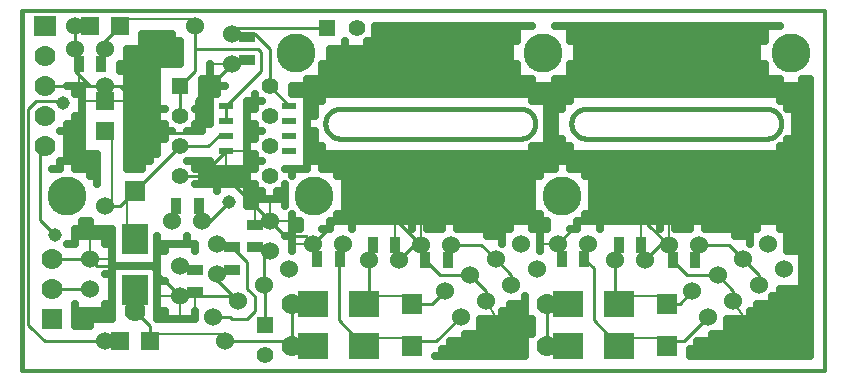
<source format=gtl>
G04 (created by PCBNEW-RS274X (20100406 SVN-R2508)-final) date 6/3/2010 10:01:36 PM*
G01*
G70*
G90*
%MOIN*%
G04 Gerber Fmt 3.4, Leading zero omitted, Abs format*
%FSLAX34Y34*%
G04 APERTURE LIST*
%ADD10C,0.006000*%
%ADD11C,0.012000*%
%ADD12C,0.015000*%
%ADD13C,0.070000*%
%ADD14R,0.070000X0.070000*%
%ADD15R,0.090600X0.098400*%
%ADD16R,0.006000X0.090000*%
%ADD17R,0.098400X0.090600*%
%ADD18R,0.090000X0.006000*%
%ADD19R,0.230000X0.006000*%
%ADD20C,0.060000*%
%ADD21R,0.060000X0.060000*%
%ADD22R,0.006000X0.230000*%
%ADD23C,0.130000*%
%ADD24R,0.055000X0.035000*%
%ADD25R,0.035000X0.055000*%
%ADD26R,0.075000X0.070000*%
%ADD27R,0.055000X0.055000*%
%ADD28C,0.055000*%
%ADD29R,0.045000X0.020000*%
%ADD30C,0.045000*%
%ADD31C,0.010000*%
%ADD32C,0.008000*%
%ADD33C,0.025000*%
G04 APERTURE END LIST*
G54D10*
G54D11*
X47750Y-43250D02*
X21000Y-43250D01*
X47750Y-55250D02*
X47750Y-43250D01*
X21000Y-55250D02*
X47750Y-55250D01*
G54D12*
X21000Y-55200D02*
X21000Y-55000D01*
X31600Y-46500D02*
X31557Y-46502D01*
X31514Y-46508D01*
X31471Y-46518D01*
X31429Y-46531D01*
X31389Y-46547D01*
X31351Y-46567D01*
X31314Y-46591D01*
X31279Y-46617D01*
X31247Y-46647D01*
X31217Y-46679D01*
X31191Y-46714D01*
X31167Y-46751D01*
X31147Y-46789D01*
X31131Y-46829D01*
X31118Y-46871D01*
X31108Y-46914D01*
X31102Y-46957D01*
X31100Y-47000D01*
X31100Y-47000D02*
X31102Y-47043D01*
X31108Y-47086D01*
X31118Y-47129D01*
X31131Y-47171D01*
X31147Y-47211D01*
X31167Y-47249D01*
X31191Y-47286D01*
X31217Y-47321D01*
X31247Y-47353D01*
X31279Y-47383D01*
X31314Y-47409D01*
X31351Y-47433D01*
X31389Y-47453D01*
X31429Y-47469D01*
X31471Y-47482D01*
X31514Y-47492D01*
X31557Y-47498D01*
X31600Y-47500D01*
X37600Y-47500D02*
X37643Y-47498D01*
X37686Y-47492D01*
X37729Y-47482D01*
X37771Y-47469D01*
X37811Y-47453D01*
X37850Y-47433D01*
X37886Y-47409D01*
X37921Y-47383D01*
X37953Y-47353D01*
X37983Y-47321D01*
X38009Y-47286D01*
X38033Y-47249D01*
X38053Y-47211D01*
X38069Y-47171D01*
X38082Y-47129D01*
X38092Y-47086D01*
X38098Y-47043D01*
X38100Y-47000D01*
X38100Y-47000D02*
X38098Y-46957D01*
X38092Y-46914D01*
X38082Y-46871D01*
X38069Y-46829D01*
X38053Y-46789D01*
X38033Y-46751D01*
X38009Y-46714D01*
X37983Y-46679D01*
X37953Y-46647D01*
X37921Y-46617D01*
X37886Y-46591D01*
X37850Y-46567D01*
X37811Y-46547D01*
X37771Y-46531D01*
X37729Y-46518D01*
X37686Y-46508D01*
X37643Y-46502D01*
X37600Y-46500D01*
X39800Y-46500D02*
X39757Y-46502D01*
X39714Y-46508D01*
X39671Y-46518D01*
X39629Y-46531D01*
X39589Y-46547D01*
X39551Y-46567D01*
X39514Y-46591D01*
X39479Y-46617D01*
X39447Y-46647D01*
X39417Y-46679D01*
X39391Y-46714D01*
X39367Y-46751D01*
X39347Y-46789D01*
X39331Y-46829D01*
X39318Y-46871D01*
X39308Y-46914D01*
X39302Y-46957D01*
X39300Y-47000D01*
X39300Y-47000D02*
X39302Y-47043D01*
X39308Y-47086D01*
X39318Y-47129D01*
X39331Y-47171D01*
X39347Y-47211D01*
X39367Y-47249D01*
X39391Y-47286D01*
X39417Y-47321D01*
X39447Y-47353D01*
X39479Y-47383D01*
X39514Y-47409D01*
X39551Y-47433D01*
X39589Y-47453D01*
X39629Y-47469D01*
X39671Y-47482D01*
X39714Y-47492D01*
X39757Y-47498D01*
X39800Y-47500D01*
X45800Y-47500D02*
X45843Y-47498D01*
X45886Y-47492D01*
X45929Y-47482D01*
X45971Y-47469D01*
X46011Y-47453D01*
X46050Y-47433D01*
X46086Y-47409D01*
X46121Y-47383D01*
X46153Y-47353D01*
X46183Y-47321D01*
X46209Y-47286D01*
X46233Y-47249D01*
X46253Y-47211D01*
X46269Y-47171D01*
X46282Y-47129D01*
X46292Y-47086D01*
X46298Y-47043D01*
X46300Y-47000D01*
X46300Y-47000D02*
X46298Y-46957D01*
X46292Y-46914D01*
X46282Y-46871D01*
X46269Y-46829D01*
X46253Y-46789D01*
X46233Y-46751D01*
X46209Y-46714D01*
X46183Y-46679D01*
X46153Y-46647D01*
X46121Y-46617D01*
X46086Y-46591D01*
X46050Y-46567D01*
X46011Y-46547D01*
X45971Y-46531D01*
X45929Y-46518D01*
X45886Y-46508D01*
X45843Y-46502D01*
X45800Y-46500D01*
X31600Y-47500D02*
X37600Y-47500D01*
X37600Y-46500D02*
X31600Y-46500D01*
X39800Y-47500D02*
X45800Y-47500D01*
X45800Y-46500D02*
X39800Y-46500D01*
X21000Y-43250D02*
X21000Y-55000D01*
G54D13*
X24750Y-53250D03*
G54D14*
X24750Y-49250D03*
G54D15*
X24750Y-50850D03*
X24750Y-52550D03*
G54D16*
X24500Y-49950D03*
G54D13*
X38500Y-53000D03*
G54D14*
X42500Y-53000D03*
G54D17*
X40900Y-53000D03*
X39200Y-53000D03*
G54D18*
X41800Y-52750D03*
G54D13*
X38500Y-54400D03*
G54D14*
X42500Y-54400D03*
G54D17*
X40900Y-54400D03*
X39200Y-54400D03*
G54D18*
X41800Y-54150D03*
G54D13*
X30000Y-53000D03*
G54D14*
X34000Y-53000D03*
G54D17*
X32400Y-53000D03*
X30700Y-53000D03*
G54D18*
X33300Y-52750D03*
G54D13*
X30000Y-54400D03*
G54D14*
X34000Y-54400D03*
G54D17*
X32400Y-54400D03*
X30700Y-54400D03*
G54D18*
X33300Y-54150D03*
G54D19*
X26550Y-54000D03*
G54D20*
X23750Y-54250D03*
X27750Y-54250D03*
G54D21*
X25250Y-54250D03*
X24250Y-54250D03*
G54D22*
X24000Y-48550D03*
G54D20*
X23750Y-45750D03*
X23750Y-49750D03*
G54D21*
X23750Y-47250D03*
X23750Y-46250D03*
G54D19*
X25550Y-43500D03*
G54D20*
X22750Y-43750D03*
X26750Y-43750D03*
G54D21*
X24250Y-43750D03*
X23250Y-43750D03*
G54D20*
X37300Y-52375D03*
X36452Y-52905D03*
X35604Y-53435D03*
X38148Y-51845D03*
G54D23*
X38361Y-44637D03*
X30729Y-49407D03*
G54D20*
X45550Y-52375D03*
X44702Y-52905D03*
X43854Y-53435D03*
X46398Y-51845D03*
G54D23*
X46611Y-44637D03*
X38979Y-49407D03*
G54D20*
X29050Y-52375D03*
X28202Y-52905D03*
X27354Y-53435D03*
X29898Y-51845D03*
G54D23*
X30111Y-44637D03*
X22479Y-49407D03*
G54D20*
X45020Y-51527D03*
X44172Y-52057D03*
X43324Y-52587D03*
X45868Y-50997D03*
G54D23*
X46611Y-44637D03*
X38979Y-49407D03*
G54D20*
X36770Y-51527D03*
X35922Y-52057D03*
X35074Y-52587D03*
X37618Y-50997D03*
G54D23*
X38361Y-44637D03*
X30729Y-49407D03*
G54D24*
X28750Y-51125D03*
X28750Y-50375D03*
G54D20*
X29250Y-51250D03*
X29250Y-50250D03*
G54D25*
X32675Y-51050D03*
X33425Y-51050D03*
G54D20*
X32550Y-51550D03*
X33550Y-51550D03*
G54D25*
X39725Y-51500D03*
X38975Y-51500D03*
G54D20*
X39850Y-51000D03*
X38850Y-51000D03*
G54D25*
X31575Y-51500D03*
X30825Y-51500D03*
G54D20*
X31700Y-51000D03*
X30700Y-51000D03*
G54D25*
X40875Y-51050D03*
X41625Y-51050D03*
G54D20*
X40750Y-51550D03*
X41750Y-51550D03*
G54D25*
X43425Y-51550D03*
X42675Y-51550D03*
G54D20*
X43550Y-51050D03*
X42550Y-51050D03*
G54D25*
X35175Y-51550D03*
X34425Y-51550D03*
G54D20*
X35300Y-51050D03*
X34300Y-51050D03*
G54D26*
X21750Y-43750D03*
G54D13*
X21750Y-44750D03*
X21750Y-45740D03*
X21750Y-46760D03*
X21750Y-47750D03*
G54D24*
X26750Y-51875D03*
X26750Y-52625D03*
G54D20*
X26250Y-51750D03*
X26250Y-52750D03*
X23250Y-52500D03*
X23250Y-51500D03*
G54D25*
X23625Y-45000D03*
X22875Y-45000D03*
G54D20*
X23750Y-44500D03*
X22750Y-44500D03*
X26000Y-50250D03*
X27000Y-50250D03*
G54D25*
X26125Y-49750D03*
X26875Y-49750D03*
G54D20*
X26000Y-50250D03*
X27000Y-50250D03*
X28000Y-44000D03*
X28000Y-45000D03*
G54D24*
X28500Y-44125D03*
X28500Y-44875D03*
G54D20*
X28000Y-44000D03*
X28000Y-45000D03*
G54D24*
X28000Y-51125D03*
X28000Y-51875D03*
G54D20*
X27500Y-51000D03*
X27500Y-52000D03*
G54D27*
X26250Y-45750D03*
G54D28*
X26250Y-46750D03*
X26250Y-47750D03*
X26250Y-48750D03*
X29250Y-48750D03*
X29250Y-47750D03*
X29250Y-46750D03*
X29250Y-45750D03*
G54D13*
X22000Y-51500D03*
X22000Y-52500D03*
G54D14*
X22000Y-53500D03*
G54D29*
X29900Y-46400D03*
X27800Y-46400D03*
X29900Y-46900D03*
X29900Y-47400D03*
X29900Y-47900D03*
X27800Y-46900D03*
X27800Y-47400D03*
X27800Y-47900D03*
G54D27*
X31150Y-43800D03*
G54D28*
X32150Y-43800D03*
G54D27*
X29100Y-53700D03*
G54D28*
X29100Y-54700D03*
G54D30*
X22350Y-46300D03*
X22100Y-50700D03*
X27900Y-49600D03*
X29100Y-54700D03*
G54D31*
X29250Y-45750D02*
X29250Y-44500D01*
X28200Y-43800D02*
X28000Y-44000D01*
X28750Y-44000D02*
X28000Y-44000D01*
X31150Y-43800D02*
X28200Y-43800D01*
X29900Y-46400D02*
X29250Y-45750D01*
X21200Y-46500D02*
X21450Y-46250D01*
X21200Y-53700D02*
X21200Y-46500D01*
X21300Y-53800D02*
X21200Y-53700D01*
X21750Y-54250D02*
X21300Y-53800D01*
X29250Y-44500D02*
X28750Y-44000D01*
X21450Y-46250D02*
X22300Y-46250D01*
X22300Y-46250D02*
X22350Y-46300D01*
X23750Y-54250D02*
X21750Y-54250D01*
X29050Y-52375D02*
X29050Y-51450D01*
X29050Y-51450D02*
X29250Y-51250D01*
X37300Y-52057D02*
X36770Y-51527D01*
X45550Y-52375D02*
X45550Y-52057D01*
X45550Y-52057D02*
X45020Y-51527D01*
X43550Y-51050D02*
X44543Y-51050D01*
X44543Y-51050D02*
X45020Y-51527D01*
X37300Y-52375D02*
X37300Y-52057D01*
X22000Y-52500D02*
X23250Y-52500D01*
X21600Y-47900D02*
X21750Y-47750D01*
X21600Y-50200D02*
X21600Y-47900D01*
X22100Y-50700D02*
X21600Y-50200D01*
X29100Y-52425D02*
X29050Y-52375D01*
X29100Y-53700D02*
X29100Y-52425D01*
X36293Y-51050D02*
X36770Y-51527D01*
X35300Y-51050D02*
X36293Y-51050D01*
X34300Y-51050D02*
X34050Y-51050D01*
X34050Y-51050D02*
X33550Y-51550D01*
X36452Y-52905D02*
X36452Y-52587D01*
X34925Y-52050D02*
X34425Y-51550D01*
X35915Y-52050D02*
X34925Y-52050D01*
X36452Y-52587D02*
X35915Y-52050D01*
X39700Y-50150D02*
X41650Y-50150D01*
X22000Y-51500D02*
X23250Y-51500D01*
X22750Y-44500D02*
X22750Y-43750D01*
X22750Y-44500D02*
X22750Y-45250D01*
X23250Y-45750D02*
X23750Y-45750D01*
X22750Y-45250D02*
X23250Y-45750D01*
X23750Y-45750D02*
X21750Y-45750D01*
X26250Y-48750D02*
X27750Y-48750D01*
X30450Y-50750D02*
X30700Y-51000D01*
X29750Y-50750D02*
X30450Y-50750D01*
X27750Y-48750D02*
X29750Y-50750D01*
X26250Y-52750D02*
X28047Y-52750D01*
X28047Y-52750D02*
X28202Y-52905D01*
X27500Y-52000D02*
X27500Y-52203D01*
X27500Y-52203D02*
X28202Y-52905D01*
X26250Y-52750D02*
X25250Y-51750D01*
X23500Y-51750D02*
X23250Y-51500D01*
X25250Y-51750D02*
X23500Y-51750D01*
X23750Y-45750D02*
X24250Y-45750D01*
X26800Y-46200D02*
X28000Y-45000D01*
X26800Y-47000D02*
X26800Y-46200D01*
X26500Y-47300D02*
X26800Y-47000D01*
X25800Y-47300D02*
X26500Y-47300D01*
X24250Y-45750D02*
X25800Y-47300D01*
X41650Y-50150D02*
X39500Y-48000D01*
X33650Y-50350D02*
X33650Y-50400D01*
X36000Y-48000D02*
X33650Y-50350D01*
X36000Y-48000D02*
X38750Y-48000D01*
X38750Y-48000D02*
X39500Y-48000D01*
X26250Y-48750D02*
X26950Y-48750D01*
X26950Y-48750D02*
X27800Y-47900D01*
X41900Y-50400D02*
X42550Y-51050D01*
X38850Y-51000D02*
X39700Y-50150D01*
X41650Y-50150D02*
X41900Y-50400D01*
X33650Y-50400D02*
X34300Y-51050D01*
X33300Y-50050D02*
X33650Y-50400D01*
X30700Y-51000D02*
X31650Y-50050D01*
X43157Y-52057D02*
X42675Y-51575D01*
X42675Y-51575D02*
X42675Y-51550D01*
X44172Y-52057D02*
X43157Y-52057D01*
X44702Y-52587D02*
X44172Y-52057D01*
X44702Y-52905D02*
X44702Y-52587D01*
X42250Y-51050D02*
X41750Y-51550D01*
X42550Y-51050D02*
X42250Y-51050D01*
X31650Y-50050D02*
X33300Y-50050D01*
X31550Y-51525D02*
X31575Y-51500D01*
X31550Y-53550D02*
X31550Y-51525D01*
X32400Y-54400D02*
X31550Y-53550D01*
X34789Y-54250D02*
X35604Y-53435D01*
X34000Y-54250D02*
X34789Y-54250D01*
X34661Y-53000D02*
X35074Y-52587D01*
X34000Y-53000D02*
X34661Y-53000D01*
X32550Y-52850D02*
X32400Y-53000D01*
X32550Y-51550D02*
X32550Y-52850D01*
X43039Y-54250D02*
X43854Y-53435D01*
X42500Y-54250D02*
X43039Y-54250D01*
X40900Y-54400D02*
X40050Y-53550D01*
X40050Y-51825D02*
X39725Y-51500D01*
X40050Y-53550D02*
X40050Y-51825D01*
X40750Y-52850D02*
X40900Y-53000D01*
X42500Y-53000D02*
X42911Y-53000D01*
X40750Y-51550D02*
X40750Y-52850D01*
X42911Y-53000D02*
X43324Y-52587D01*
X28500Y-53500D02*
X28750Y-53250D01*
X27935Y-53435D02*
X28000Y-53500D01*
X28750Y-52750D02*
X28500Y-52500D01*
X28500Y-52500D02*
X28500Y-51625D01*
X28750Y-53250D02*
X28750Y-52750D01*
X28000Y-53500D02*
X28500Y-53500D01*
X28500Y-51625D02*
X28000Y-51125D01*
X27354Y-53435D02*
X27935Y-53435D01*
X27250Y-50250D02*
X27000Y-50250D01*
X27900Y-49600D02*
X27250Y-50250D01*
X30000Y-54100D02*
X30000Y-53000D01*
X29850Y-54250D02*
X30000Y-54100D01*
X30000Y-53000D02*
X30000Y-54400D01*
X38500Y-54400D02*
X38500Y-53000D01*
X25250Y-54250D02*
X25250Y-53750D01*
X27750Y-54250D02*
X29850Y-54250D01*
X25250Y-53750D02*
X24750Y-53250D01*
X23750Y-49750D02*
X24250Y-49750D01*
X27550Y-47400D02*
X27200Y-47750D01*
X24250Y-49750D02*
X24750Y-49250D01*
X27800Y-47400D02*
X27550Y-47400D01*
X24750Y-49250D02*
X26250Y-47750D01*
X27200Y-47750D02*
X26250Y-47750D01*
X26750Y-44500D02*
X26750Y-45250D01*
X26750Y-45250D02*
X26250Y-45750D01*
X28950Y-44600D02*
X28850Y-44500D01*
X28850Y-44500D02*
X26750Y-44500D01*
X26750Y-43750D02*
X26750Y-44500D01*
X27800Y-46400D02*
X28950Y-45250D01*
X27800Y-46400D02*
X27800Y-46900D01*
X23750Y-44250D02*
X24250Y-43750D01*
X23750Y-44500D02*
X23750Y-44250D01*
X28950Y-45250D02*
X28950Y-44600D01*
X26250Y-45750D02*
X26250Y-46750D01*
G54D32*
X27800Y-47900D02*
X27800Y-48400D01*
X27800Y-47900D02*
X28425Y-47900D01*
X26250Y-48750D02*
X26925Y-48750D01*
X28000Y-45000D02*
X27300Y-45000D01*
X28000Y-45000D02*
X27300Y-45000D01*
X22875Y-45000D02*
X22875Y-45675D01*
X23250Y-51500D02*
X23250Y-50800D01*
X23250Y-51500D02*
X23950Y-51500D01*
X26250Y-52750D02*
X26250Y-53450D01*
X26250Y-52750D02*
X25550Y-52750D01*
X26750Y-52625D02*
X26750Y-53200D01*
X21750Y-45740D02*
X22500Y-45740D01*
X34300Y-51050D02*
X34300Y-50350D01*
X42550Y-51050D02*
X42550Y-50350D01*
X41625Y-51050D02*
X41625Y-50375D01*
X30700Y-51000D02*
X30000Y-51000D01*
X38850Y-51000D02*
X38150Y-51000D01*
X33425Y-51050D02*
X33425Y-50375D01*
X29250Y-50250D02*
X29250Y-49550D01*
X29250Y-50250D02*
X29950Y-50250D01*
X28750Y-50375D02*
X28750Y-49800D01*
X44702Y-52905D02*
X45073Y-53499D01*
X36452Y-52905D02*
X36823Y-53499D01*
X23750Y-46250D02*
X23050Y-46250D01*
X23750Y-46250D02*
X24450Y-46250D01*
X23750Y-45750D02*
X23050Y-45750D01*
X23750Y-45750D02*
X24450Y-45750D01*
G54D33*
X47250Y-45500D02*
X47250Y-54750D01*
X47000Y-45500D02*
X47000Y-54750D01*
X46750Y-52500D02*
X46750Y-54750D01*
X46750Y-45750D02*
X46750Y-51250D01*
X46500Y-52500D02*
X46500Y-54750D01*
X46500Y-47500D02*
X46500Y-51250D01*
X46500Y-45750D02*
X46500Y-46500D01*
X46250Y-52500D02*
X46250Y-54750D01*
X46250Y-47750D02*
X46250Y-50500D01*
X46250Y-45500D02*
X46250Y-46250D01*
X46000Y-52750D02*
X46000Y-54750D01*
X46000Y-48000D02*
X46000Y-50250D01*
X46000Y-45500D02*
X46000Y-46000D01*
X45750Y-53000D02*
X45750Y-54750D01*
X45750Y-48000D02*
X45750Y-50250D01*
X45750Y-45000D02*
X45750Y-46000D01*
X45750Y-43750D02*
X45750Y-44250D01*
X45500Y-53000D02*
X45500Y-54750D01*
X45500Y-48000D02*
X45500Y-50500D01*
X45500Y-43750D02*
X45500Y-46000D01*
X45250Y-53250D02*
X45250Y-54750D01*
X45250Y-48000D02*
X45250Y-51000D01*
X45250Y-43750D02*
X45250Y-46000D01*
X45000Y-53500D02*
X45000Y-54750D01*
X45000Y-48000D02*
X45000Y-50750D01*
X45000Y-43750D02*
X45000Y-46000D01*
X44750Y-53500D02*
X44750Y-54750D01*
X44750Y-48000D02*
X44750Y-50750D01*
X44750Y-43750D02*
X44750Y-46000D01*
X44500Y-53500D02*
X44500Y-54750D01*
X44500Y-48000D02*
X44500Y-50500D01*
X44500Y-43750D02*
X44500Y-46000D01*
X44250Y-54000D02*
X44250Y-54750D01*
X44250Y-48000D02*
X44250Y-50500D01*
X44250Y-43750D02*
X44250Y-46000D01*
X44000Y-54000D02*
X44000Y-54750D01*
X44000Y-48000D02*
X44000Y-50500D01*
X44000Y-43750D02*
X44000Y-46000D01*
X43750Y-54250D02*
X43750Y-54750D01*
X43750Y-48000D02*
X43750Y-50500D01*
X43750Y-43750D02*
X43750Y-46000D01*
X43500Y-54250D02*
X43500Y-54750D01*
X43500Y-48000D02*
X43500Y-50250D01*
X43500Y-43750D02*
X43500Y-46000D01*
X43250Y-54500D02*
X43250Y-54750D01*
X43250Y-48000D02*
X43250Y-50500D01*
X43250Y-43750D02*
X43250Y-46000D01*
X43000Y-48000D02*
X43000Y-50500D01*
X43000Y-43750D02*
X43000Y-46000D01*
X42750Y-48000D02*
X42750Y-50500D01*
X42750Y-43750D02*
X42750Y-46000D01*
X42500Y-48000D02*
X42500Y-50250D01*
X42500Y-43750D02*
X42500Y-46000D01*
X42250Y-48000D02*
X42250Y-50500D01*
X42250Y-43750D02*
X42250Y-46000D01*
X42000Y-48000D02*
X42000Y-50250D01*
X42000Y-43750D02*
X42000Y-46000D01*
X41750Y-48000D02*
X41750Y-50250D01*
X41750Y-43750D02*
X41750Y-46000D01*
X41500Y-48000D02*
X41500Y-50250D01*
X41500Y-43750D02*
X41500Y-46000D01*
X41250Y-48000D02*
X41250Y-50250D01*
X41250Y-43750D02*
X41250Y-46000D01*
X41000Y-48000D02*
X41000Y-50250D01*
X41000Y-43750D02*
X41000Y-46000D01*
X40750Y-48000D02*
X40750Y-50250D01*
X40750Y-43750D02*
X40750Y-46000D01*
X40500Y-48000D02*
X40500Y-50250D01*
X40500Y-43750D02*
X40500Y-46000D01*
X40250Y-48000D02*
X40250Y-50500D01*
X40250Y-43750D02*
X40250Y-46000D01*
X40000Y-48000D02*
X40000Y-50250D01*
X40000Y-43750D02*
X40000Y-46000D01*
X39750Y-50000D02*
X39750Y-50250D01*
X39750Y-48000D02*
X39750Y-48750D01*
X39750Y-43750D02*
X39750Y-46000D01*
X39500Y-50250D02*
X39500Y-50500D01*
X39500Y-48000D02*
X39500Y-48500D01*
X39500Y-43750D02*
X39500Y-46000D01*
X39250Y-47750D02*
X39250Y-48500D01*
X39250Y-45000D02*
X39250Y-46250D01*
X39250Y-43750D02*
X39250Y-44250D01*
X39000Y-47500D02*
X39000Y-48250D01*
X39000Y-45500D02*
X39000Y-46500D01*
X38750Y-45500D02*
X38750Y-48500D01*
X38500Y-50250D02*
X38500Y-50500D01*
X38500Y-45750D02*
X38500Y-48500D01*
X38250Y-50000D02*
X38250Y-51250D01*
X38250Y-47750D02*
X38250Y-48750D01*
X38250Y-45750D02*
X38250Y-46250D01*
X38000Y-53500D02*
X38000Y-54000D01*
X38000Y-47750D02*
X38000Y-50500D01*
X38000Y-45500D02*
X38000Y-46250D01*
X37750Y-52750D02*
X37750Y-54750D01*
X37750Y-48000D02*
X37750Y-50250D01*
X37750Y-45500D02*
X37750Y-46000D01*
X37500Y-53000D02*
X37500Y-54750D01*
X37500Y-48000D02*
X37500Y-50250D01*
X37500Y-45000D02*
X37500Y-46000D01*
X37500Y-43750D02*
X37500Y-44250D01*
X37250Y-53000D02*
X37250Y-54750D01*
X37250Y-48000D02*
X37250Y-50500D01*
X37250Y-43750D02*
X37250Y-46000D01*
X37000Y-53250D02*
X37000Y-54750D01*
X37000Y-48000D02*
X37000Y-51000D01*
X37000Y-43750D02*
X37000Y-46000D01*
X36750Y-53500D02*
X36750Y-54750D01*
X36750Y-48000D02*
X36750Y-50750D01*
X36750Y-43750D02*
X36750Y-46000D01*
X36500Y-53500D02*
X36500Y-54750D01*
X36500Y-48000D02*
X36500Y-50750D01*
X36500Y-43750D02*
X36500Y-46000D01*
X36250Y-53500D02*
X36250Y-54750D01*
X36250Y-48000D02*
X36250Y-50500D01*
X36250Y-43750D02*
X36250Y-46000D01*
X36000Y-54000D02*
X36000Y-54750D01*
X36000Y-48000D02*
X36000Y-50500D01*
X36000Y-43750D02*
X36000Y-46000D01*
X35750Y-54000D02*
X35750Y-54750D01*
X35750Y-48000D02*
X35750Y-50500D01*
X35750Y-43750D02*
X35750Y-46000D01*
X35500Y-54250D02*
X35500Y-54750D01*
X35500Y-48000D02*
X35500Y-50500D01*
X35500Y-43750D02*
X35500Y-46000D01*
X35250Y-54250D02*
X35250Y-54750D01*
X35250Y-48000D02*
X35250Y-50250D01*
X35250Y-43750D02*
X35250Y-46000D01*
X35000Y-54500D02*
X35000Y-54750D01*
X35000Y-48000D02*
X35000Y-50500D01*
X35000Y-43750D02*
X35000Y-46000D01*
X34750Y-48000D02*
X34750Y-50500D01*
X34750Y-43750D02*
X34750Y-46000D01*
X34500Y-48000D02*
X34500Y-50500D01*
X34500Y-43750D02*
X34500Y-46000D01*
X34250Y-48000D02*
X34250Y-50250D01*
X34250Y-43750D02*
X34250Y-46000D01*
X34000Y-48000D02*
X34000Y-50500D01*
X34000Y-43750D02*
X34000Y-46000D01*
X33750Y-48000D02*
X33750Y-50250D01*
X33750Y-43750D02*
X33750Y-46000D01*
X33500Y-48000D02*
X33500Y-50250D01*
X33500Y-43750D02*
X33500Y-46000D01*
X33250Y-48000D02*
X33250Y-50250D01*
X33250Y-43750D02*
X33250Y-46000D01*
X33000Y-48000D02*
X33000Y-50250D01*
X33000Y-43750D02*
X33000Y-46000D01*
X32750Y-48000D02*
X32750Y-50250D01*
X32750Y-43750D02*
X32750Y-46000D01*
X32500Y-48000D02*
X32500Y-50250D01*
X32500Y-44250D02*
X32500Y-46000D01*
X32250Y-48000D02*
X32250Y-50250D01*
X32250Y-44500D02*
X32250Y-46000D01*
X32000Y-48000D02*
X32000Y-50500D01*
X32000Y-44500D02*
X32000Y-46000D01*
X31750Y-48000D02*
X31750Y-50250D01*
X31750Y-44250D02*
X31750Y-46000D01*
X31500Y-50000D02*
X31500Y-50250D01*
X31500Y-48000D02*
X31500Y-48750D01*
X31500Y-44500D02*
X31500Y-46000D01*
X31250Y-50250D02*
X31250Y-50500D01*
X31250Y-48000D02*
X31250Y-48500D01*
X31250Y-44500D02*
X31250Y-46000D01*
X31000Y-47750D02*
X31000Y-48500D01*
X31000Y-45000D02*
X31000Y-46250D01*
X30750Y-47250D02*
X30750Y-48250D01*
X30750Y-45500D02*
X30750Y-46750D01*
X30500Y-45500D02*
X30500Y-48500D01*
X30250Y-50250D02*
X30250Y-50500D01*
X30250Y-45750D02*
X30250Y-46000D01*
X30000Y-50000D02*
X30000Y-51250D01*
X30000Y-48500D02*
X30000Y-48750D01*
X30000Y-45750D02*
X30000Y-46000D01*
X29750Y-49000D02*
X29750Y-49750D01*
X29500Y-49250D02*
X29500Y-49500D01*
X29000Y-49250D02*
X29000Y-49500D01*
X28750Y-49000D02*
X28750Y-49750D01*
X28750Y-48000D02*
X28750Y-48500D01*
X28750Y-47000D02*
X28750Y-47500D01*
X28750Y-46000D02*
X28750Y-46500D01*
X28500Y-46250D02*
X28500Y-49750D01*
X28250Y-48500D02*
X28250Y-49000D01*
X28000Y-48500D02*
X28000Y-49000D01*
X27750Y-48500D02*
X27750Y-49000D01*
X27500Y-48500D02*
X27500Y-49250D01*
X27500Y-45500D02*
X27500Y-46000D01*
X27250Y-48250D02*
X27250Y-49000D01*
X27250Y-45000D02*
X27250Y-47000D01*
X27000Y-48250D02*
X27000Y-49000D01*
X27000Y-45500D02*
X27000Y-47250D01*
X26750Y-53250D02*
X26750Y-53500D01*
X26750Y-51000D02*
X26750Y-51250D01*
X26750Y-48250D02*
X26750Y-48500D01*
X26750Y-47000D02*
X26750Y-47250D01*
X26500Y-50750D02*
X26500Y-51000D01*
X26250Y-44250D02*
X26250Y-45000D01*
X26000Y-44000D02*
X26000Y-45000D01*
X25750Y-53250D02*
X25750Y-53500D01*
X25750Y-51000D02*
X25750Y-51250D01*
X25750Y-47000D02*
X25750Y-47500D01*
X25750Y-44000D02*
X25750Y-45000D01*
X25500Y-50750D02*
X25500Y-53500D01*
X25500Y-44000D02*
X25500Y-48000D01*
X25250Y-44000D02*
X25250Y-48250D01*
X25000Y-44000D02*
X25000Y-48500D01*
X24750Y-44500D02*
X24750Y-48500D01*
X24500Y-44500D02*
X24500Y-48500D01*
X24250Y-45000D02*
X24250Y-45250D01*
X24000Y-50500D02*
X24000Y-53500D01*
X23750Y-53000D02*
X23750Y-53500D01*
X23750Y-50500D02*
X23750Y-51000D01*
X23500Y-53250D02*
X23500Y-53500D01*
X23500Y-50500D02*
X23500Y-50750D01*
X23500Y-48000D02*
X23500Y-49000D01*
X23250Y-53250D02*
X23250Y-53750D01*
X23250Y-50250D02*
X23250Y-50750D01*
X23250Y-48000D02*
X23250Y-48750D01*
X23000Y-53250D02*
X23000Y-53750D01*
X23000Y-50250D02*
X23000Y-50750D01*
X23000Y-45750D02*
X23000Y-48500D01*
X22750Y-53000D02*
X22750Y-53750D01*
X22750Y-50500D02*
X22750Y-51000D01*
X22750Y-46750D02*
X22750Y-48500D01*
X22750Y-45750D02*
X22750Y-46000D01*
X22500Y-47000D02*
X22500Y-48250D01*
X22250Y-48250D02*
X22250Y-48500D01*
X43250Y-54750D02*
X47250Y-54750D01*
X34750Y-54750D02*
X37750Y-54750D01*
X43250Y-54500D02*
X47250Y-54500D01*
X35000Y-54500D02*
X37750Y-54500D01*
X43500Y-54250D02*
X47250Y-54250D01*
X35250Y-54250D02*
X37750Y-54250D01*
X44000Y-54000D02*
X47250Y-54000D01*
X35750Y-54000D02*
X38000Y-54000D01*
X44500Y-53750D02*
X47250Y-53750D01*
X36250Y-53750D02*
X38000Y-53750D01*
X22750Y-53750D02*
X23250Y-53750D01*
X44500Y-53500D02*
X47250Y-53500D01*
X36250Y-53500D02*
X38000Y-53500D01*
X25500Y-53500D02*
X26750Y-53500D01*
X22750Y-53500D02*
X24000Y-53500D01*
X45250Y-53250D02*
X47250Y-53250D01*
X37000Y-53250D02*
X37750Y-53250D01*
X25500Y-53250D02*
X25750Y-53250D01*
X22750Y-53250D02*
X24000Y-53250D01*
X45500Y-53000D02*
X47250Y-53000D01*
X37250Y-53000D02*
X37750Y-53000D01*
X23750Y-53000D02*
X24000Y-53000D01*
X46000Y-52750D02*
X47250Y-52750D01*
X46250Y-52500D02*
X47250Y-52500D01*
X47000Y-52250D02*
X47250Y-52250D01*
X25500Y-52250D02*
X25750Y-52250D01*
X47000Y-52000D02*
X47250Y-52000D01*
X23750Y-52000D02*
X24000Y-52000D01*
X47000Y-51750D02*
X47250Y-51750D01*
X24000Y-51750D02*
X25500Y-51750D01*
X47000Y-51500D02*
X47250Y-51500D01*
X46500Y-51250D02*
X47250Y-51250D01*
X25500Y-51250D02*
X25750Y-51250D01*
X46500Y-51000D02*
X47250Y-51000D01*
X25500Y-51000D02*
X26750Y-51000D01*
X23750Y-51000D02*
X24000Y-51000D01*
X22500Y-51000D02*
X22750Y-51000D01*
X46500Y-50750D02*
X47250Y-50750D01*
X44750Y-50750D02*
X45250Y-50750D01*
X36500Y-50750D02*
X37000Y-50750D01*
X29750Y-50750D02*
X30000Y-50750D01*
X22750Y-50750D02*
X24000Y-50750D01*
X46250Y-50500D02*
X47250Y-50500D01*
X43750Y-50500D02*
X45500Y-50500D01*
X42750Y-50500D02*
X43250Y-50500D01*
X39250Y-50500D02*
X39500Y-50500D01*
X38000Y-50500D02*
X38500Y-50500D01*
X35500Y-50500D02*
X37250Y-50500D01*
X34500Y-50500D02*
X35000Y-50500D01*
X31000Y-50500D02*
X31250Y-50500D01*
X30000Y-50500D02*
X30250Y-50500D01*
X22750Y-50500D02*
X24000Y-50500D01*
X39500Y-50250D02*
X47250Y-50250D01*
X31250Y-50250D02*
X38500Y-50250D01*
X30000Y-50250D02*
X30250Y-50250D01*
X23000Y-50250D02*
X23250Y-50250D01*
X39750Y-50000D02*
X47250Y-50000D01*
X31500Y-50000D02*
X38250Y-50000D01*
X40000Y-49750D02*
X47250Y-49750D01*
X31750Y-49750D02*
X38000Y-49750D01*
X28500Y-49750D02*
X28750Y-49750D01*
X40000Y-49500D02*
X47250Y-49500D01*
X31750Y-49500D02*
X38000Y-49500D01*
X28500Y-49500D02*
X29750Y-49500D01*
X40000Y-49250D02*
X47250Y-49250D01*
X31750Y-49250D02*
X38000Y-49250D01*
X29500Y-49250D02*
X29750Y-49250D01*
X28500Y-49250D02*
X29000Y-49250D01*
X40000Y-49000D02*
X47250Y-49000D01*
X31750Y-49000D02*
X38000Y-49000D01*
X26750Y-49000D02*
X28750Y-49000D01*
X39750Y-48750D02*
X47250Y-48750D01*
X31500Y-48750D02*
X38250Y-48750D01*
X27000Y-48750D02*
X28500Y-48750D01*
X23250Y-48750D02*
X23500Y-48750D01*
X39250Y-48500D02*
X47250Y-48500D01*
X31000Y-48500D02*
X38750Y-48500D01*
X29750Y-48500D02*
X30500Y-48500D01*
X26750Y-48500D02*
X28750Y-48500D01*
X24500Y-48500D02*
X25000Y-48500D01*
X22750Y-48500D02*
X23500Y-48500D01*
X22000Y-48500D02*
X22250Y-48500D01*
X30500Y-48250D02*
X47250Y-48250D01*
X28500Y-48250D02*
X29000Y-48250D01*
X26500Y-48250D02*
X27250Y-48250D01*
X24500Y-48250D02*
X25250Y-48250D01*
X22250Y-48250D02*
X23500Y-48250D01*
X30500Y-48000D02*
X47250Y-48000D01*
X28500Y-48000D02*
X28750Y-48000D01*
X24500Y-48000D02*
X25500Y-48000D01*
X22500Y-48000D02*
X23500Y-48000D01*
X46250Y-47750D02*
X47250Y-47750D01*
X38000Y-47750D02*
X39250Y-47750D01*
X30500Y-47750D02*
X31000Y-47750D01*
X24500Y-47750D02*
X25500Y-47750D01*
X22500Y-47750D02*
X23000Y-47750D01*
X46500Y-47500D02*
X47250Y-47500D01*
X38500Y-47500D02*
X39000Y-47500D01*
X30500Y-47500D02*
X30750Y-47500D01*
X28500Y-47500D02*
X28750Y-47500D01*
X24500Y-47500D02*
X25750Y-47500D01*
X22500Y-47500D02*
X23000Y-47500D01*
X46750Y-47250D02*
X47250Y-47250D01*
X38500Y-47250D02*
X38750Y-47250D01*
X30500Y-47250D02*
X30750Y-47250D01*
X28500Y-47250D02*
X29000Y-47250D01*
X26500Y-47250D02*
X27000Y-47250D01*
X24500Y-47250D02*
X26000Y-47250D01*
X22250Y-47250D02*
X23000Y-47250D01*
X46750Y-47000D02*
X47250Y-47000D01*
X38500Y-47000D02*
X38750Y-47000D01*
X28500Y-47000D02*
X28750Y-47000D01*
X26750Y-47000D02*
X27250Y-47000D01*
X24500Y-47000D02*
X25750Y-47000D01*
X22500Y-47000D02*
X23000Y-47000D01*
X46750Y-46750D02*
X47250Y-46750D01*
X38500Y-46750D02*
X38750Y-46750D01*
X30500Y-46750D02*
X30750Y-46750D01*
X27000Y-46750D02*
X27250Y-46750D01*
X24500Y-46750D02*
X25500Y-46750D01*
X22750Y-46750D02*
X23000Y-46750D01*
X46500Y-46500D02*
X47250Y-46500D01*
X38500Y-46500D02*
X39000Y-46500D01*
X30500Y-46500D02*
X30750Y-46500D01*
X28500Y-46500D02*
X28750Y-46500D01*
X26750Y-46500D02*
X27250Y-46500D01*
X24500Y-46500D02*
X25750Y-46500D01*
X46250Y-46250D02*
X47250Y-46250D01*
X38000Y-46250D02*
X39250Y-46250D01*
X30500Y-46250D02*
X31000Y-46250D01*
X28500Y-46250D02*
X29000Y-46250D01*
X27000Y-46250D02*
X27250Y-46250D01*
X24500Y-46250D02*
X25500Y-46250D01*
X30000Y-46000D02*
X47250Y-46000D01*
X27000Y-46000D02*
X27500Y-46000D01*
X24500Y-46000D02*
X25500Y-46000D01*
X22750Y-46000D02*
X23000Y-46000D01*
X30000Y-45750D02*
X47250Y-45750D01*
X27000Y-45750D02*
X27750Y-45750D01*
X24500Y-45750D02*
X25500Y-45750D01*
X22500Y-45750D02*
X23000Y-45750D01*
X47000Y-45500D02*
X47250Y-45500D01*
X38750Y-45500D02*
X46250Y-45500D01*
X30500Y-45500D02*
X38000Y-45500D01*
X27000Y-45500D02*
X27500Y-45500D01*
X24500Y-45500D02*
X25500Y-45500D01*
X39250Y-45250D02*
X45750Y-45250D01*
X31000Y-45250D02*
X37500Y-45250D01*
X24250Y-45250D02*
X25500Y-45250D01*
X39250Y-45000D02*
X45750Y-45000D01*
X31000Y-45000D02*
X37500Y-45000D01*
X24250Y-45000D02*
X26250Y-45000D01*
X39500Y-44750D02*
X45500Y-44750D01*
X31250Y-44750D02*
X37250Y-44750D01*
X24500Y-44750D02*
X26250Y-44750D01*
X39500Y-44500D02*
X45500Y-44500D01*
X31250Y-44500D02*
X37250Y-44500D01*
X24500Y-44500D02*
X26250Y-44500D01*
X39250Y-44250D02*
X45750Y-44250D01*
X32500Y-44250D02*
X37500Y-44250D01*
X25000Y-44250D02*
X26250Y-44250D01*
X39250Y-44000D02*
X45750Y-44000D01*
X32750Y-44000D02*
X37500Y-44000D01*
X25000Y-44000D02*
X26000Y-44000D01*
X38750Y-43750D02*
X46250Y-43750D01*
X32750Y-43750D02*
X38000Y-43750D01*
G54D32*
X27800Y-47900D02*
X27800Y-48400D01*
X27800Y-47900D02*
X28425Y-47900D01*
X26250Y-48750D02*
X26925Y-48750D01*
X28000Y-45000D02*
X27300Y-45000D01*
X28000Y-45000D02*
X27300Y-45000D01*
X22875Y-45000D02*
X22875Y-45675D01*
X23250Y-51500D02*
X23250Y-50800D01*
X23250Y-51500D02*
X23950Y-51500D01*
X26250Y-52750D02*
X26250Y-53450D01*
X26250Y-52750D02*
X25550Y-52750D01*
X26750Y-52625D02*
X26750Y-53200D01*
X21750Y-45740D02*
X22500Y-45740D01*
X34300Y-51050D02*
X34300Y-50350D01*
X42550Y-51050D02*
X42550Y-50350D01*
X41625Y-51050D02*
X41625Y-50375D01*
X30700Y-51000D02*
X30000Y-51000D01*
X38850Y-51000D02*
X38150Y-51000D01*
X33425Y-51050D02*
X33425Y-50375D01*
X29250Y-50250D02*
X29250Y-49550D01*
X29250Y-50250D02*
X29950Y-50250D01*
X28750Y-50375D02*
X28750Y-49800D01*
X44702Y-52905D02*
X45073Y-53499D01*
X23750Y-46250D02*
X23050Y-46250D01*
X23750Y-46250D02*
X24450Y-46250D01*
X23750Y-45750D02*
X23050Y-45750D01*
X23750Y-45750D02*
X24450Y-45750D01*
G54D33*
X47250Y-45500D02*
X47250Y-54750D01*
X47000Y-45500D02*
X47000Y-54750D01*
X46750Y-52500D02*
X46750Y-54750D01*
X46750Y-45750D02*
X46750Y-51250D01*
X46500Y-52500D02*
X46500Y-54750D01*
X46500Y-47500D02*
X46500Y-51250D01*
X46500Y-45750D02*
X46500Y-46500D01*
X46250Y-52500D02*
X46250Y-54750D01*
X46250Y-47750D02*
X46250Y-50500D01*
X46250Y-45500D02*
X46250Y-46250D01*
X46000Y-52750D02*
X46000Y-54750D01*
X46000Y-48000D02*
X46000Y-50250D01*
X46000Y-45500D02*
X46000Y-46000D01*
X45750Y-53000D02*
X45750Y-54750D01*
X45750Y-48000D02*
X45750Y-50250D01*
X45750Y-45000D02*
X45750Y-46000D01*
X45750Y-43750D02*
X45750Y-44250D01*
X45500Y-53000D02*
X45500Y-54750D01*
X45500Y-48000D02*
X45500Y-50500D01*
X45500Y-43750D02*
X45500Y-46000D01*
X45250Y-53250D02*
X45250Y-54750D01*
X45250Y-48000D02*
X45250Y-51000D01*
X45250Y-43750D02*
X45250Y-46000D01*
X45000Y-53500D02*
X45000Y-54750D01*
X45000Y-48000D02*
X45000Y-50750D01*
X45000Y-43750D02*
X45000Y-46000D01*
X44750Y-53500D02*
X44750Y-54750D01*
X44750Y-48000D02*
X44750Y-50750D01*
X44750Y-43750D02*
X44750Y-46000D01*
X44500Y-53500D02*
X44500Y-54750D01*
X44500Y-48000D02*
X44500Y-50500D01*
X44500Y-43750D02*
X44500Y-46000D01*
X44250Y-54000D02*
X44250Y-54750D01*
X44250Y-48000D02*
X44250Y-50500D01*
X44250Y-43750D02*
X44250Y-46000D01*
X44000Y-54000D02*
X44000Y-54750D01*
X44000Y-48000D02*
X44000Y-50500D01*
X44000Y-43750D02*
X44000Y-46000D01*
X43750Y-54250D02*
X43750Y-54750D01*
X43750Y-48000D02*
X43750Y-50500D01*
X43750Y-43750D02*
X43750Y-46000D01*
X43500Y-54250D02*
X43500Y-54750D01*
X43500Y-48000D02*
X43500Y-50250D01*
X43500Y-43750D02*
X43500Y-46000D01*
X43250Y-54500D02*
X43250Y-54750D01*
X43250Y-48000D02*
X43250Y-50500D01*
X43250Y-43750D02*
X43250Y-46000D01*
X43000Y-48000D02*
X43000Y-50500D01*
X43000Y-43750D02*
X43000Y-46000D01*
X42750Y-48000D02*
X42750Y-50500D01*
X42750Y-43750D02*
X42750Y-46000D01*
X42500Y-48000D02*
X42500Y-50250D01*
X42500Y-43750D02*
X42500Y-46000D01*
X42250Y-48000D02*
X42250Y-50500D01*
X42250Y-43750D02*
X42250Y-46000D01*
X42000Y-48000D02*
X42000Y-50250D01*
X42000Y-43750D02*
X42000Y-46000D01*
X41750Y-48000D02*
X41750Y-50250D01*
X41750Y-43750D02*
X41750Y-46000D01*
X41500Y-48000D02*
X41500Y-50250D01*
X41500Y-43750D02*
X41500Y-46000D01*
X41250Y-48000D02*
X41250Y-50250D01*
X41250Y-43750D02*
X41250Y-46000D01*
X41000Y-48000D02*
X41000Y-50250D01*
X41000Y-43750D02*
X41000Y-46000D01*
X40750Y-48000D02*
X40750Y-50250D01*
X40750Y-43750D02*
X40750Y-46000D01*
X40500Y-48000D02*
X40500Y-50250D01*
X40500Y-43750D02*
X40500Y-46000D01*
X40250Y-48000D02*
X40250Y-50500D01*
X40250Y-43750D02*
X40250Y-46000D01*
X40000Y-48000D02*
X40000Y-50250D01*
X40000Y-43750D02*
X40000Y-46000D01*
X39750Y-50000D02*
X39750Y-50250D01*
X39750Y-48000D02*
X39750Y-48750D01*
X39750Y-43750D02*
X39750Y-46000D01*
X39500Y-50250D02*
X39500Y-50500D01*
X39500Y-48000D02*
X39500Y-48500D01*
X39500Y-43750D02*
X39500Y-46000D01*
X39250Y-47750D02*
X39250Y-48500D01*
X39250Y-45000D02*
X39250Y-46250D01*
X39250Y-43750D02*
X39250Y-44250D01*
X39000Y-47500D02*
X39000Y-48250D01*
X39000Y-45500D02*
X39000Y-46500D01*
X38750Y-45500D02*
X38750Y-48500D01*
X38500Y-50250D02*
X38500Y-50500D01*
X38500Y-45750D02*
X38500Y-48500D01*
X38250Y-50000D02*
X38250Y-51250D01*
X38250Y-47750D02*
X38250Y-48750D01*
X38250Y-45750D02*
X38250Y-46250D01*
X38000Y-47750D02*
X38000Y-50500D01*
X38000Y-45500D02*
X38000Y-46250D01*
X37750Y-48000D02*
X37750Y-50250D01*
X37750Y-45500D02*
X37750Y-46000D01*
X37500Y-48000D02*
X37500Y-50250D01*
X37500Y-45000D02*
X37500Y-46000D01*
X37500Y-43750D02*
X37500Y-44250D01*
X37250Y-48000D02*
X37250Y-50500D01*
X37250Y-43750D02*
X37250Y-46000D01*
X37000Y-48000D02*
X37000Y-51000D01*
X37000Y-43750D02*
X37000Y-46000D01*
X36750Y-48000D02*
X36750Y-50750D01*
X36750Y-43750D02*
X36750Y-46000D01*
X36500Y-48000D02*
X36500Y-50750D01*
X36500Y-43750D02*
X36500Y-46000D01*
X36250Y-48000D02*
X36250Y-50500D01*
X36250Y-43750D02*
X36250Y-46000D01*
X36000Y-48000D02*
X36000Y-50500D01*
X36000Y-43750D02*
X36000Y-46000D01*
X35750Y-48000D02*
X35750Y-50500D01*
X35750Y-43750D02*
X35750Y-46000D01*
X35500Y-48000D02*
X35500Y-50500D01*
X35500Y-43750D02*
X35500Y-46000D01*
X35250Y-48000D02*
X35250Y-50250D01*
X35250Y-43750D02*
X35250Y-46000D01*
X35000Y-48000D02*
X35000Y-50500D01*
X35000Y-43750D02*
X35000Y-46000D01*
X34750Y-48000D02*
X34750Y-50500D01*
X34750Y-43750D02*
X34750Y-46000D01*
X34500Y-48000D02*
X34500Y-50500D01*
X34500Y-43750D02*
X34500Y-46000D01*
X34250Y-48000D02*
X34250Y-50250D01*
X34250Y-43750D02*
X34250Y-46000D01*
X34000Y-48000D02*
X34000Y-50500D01*
X34000Y-43750D02*
X34000Y-46000D01*
X33750Y-48000D02*
X33750Y-50250D01*
X33750Y-43750D02*
X33750Y-46000D01*
X33500Y-48000D02*
X33500Y-50250D01*
X33500Y-43750D02*
X33500Y-46000D01*
X33250Y-48000D02*
X33250Y-50250D01*
X33250Y-43750D02*
X33250Y-46000D01*
X33000Y-48000D02*
X33000Y-50250D01*
X33000Y-43750D02*
X33000Y-46000D01*
X32750Y-48000D02*
X32750Y-50250D01*
X32750Y-43750D02*
X32750Y-46000D01*
X32500Y-48000D02*
X32500Y-50250D01*
X32500Y-44250D02*
X32500Y-46000D01*
X32250Y-48000D02*
X32250Y-50250D01*
X32250Y-44500D02*
X32250Y-46000D01*
X32000Y-48000D02*
X32000Y-50500D01*
X32000Y-44500D02*
X32000Y-46000D01*
X31750Y-48000D02*
X31750Y-50250D01*
X31750Y-44250D02*
X31750Y-46000D01*
X31500Y-50000D02*
X31500Y-50250D01*
X31500Y-48000D02*
X31500Y-48750D01*
X31500Y-44500D02*
X31500Y-46000D01*
X31250Y-50250D02*
X31250Y-50500D01*
X31250Y-48000D02*
X31250Y-48500D01*
X31250Y-44500D02*
X31250Y-46000D01*
X31000Y-47750D02*
X31000Y-48500D01*
X31000Y-45000D02*
X31000Y-46250D01*
X30750Y-47250D02*
X30750Y-48250D01*
X30750Y-45500D02*
X30750Y-46750D01*
X30500Y-45500D02*
X30500Y-48500D01*
X30250Y-50250D02*
X30250Y-50500D01*
X30250Y-45750D02*
X30250Y-46000D01*
X30000Y-50000D02*
X30000Y-51250D01*
X30000Y-48500D02*
X30000Y-48750D01*
X30000Y-45750D02*
X30000Y-46000D01*
X29750Y-49000D02*
X29750Y-49750D01*
X29500Y-49250D02*
X29500Y-49500D01*
X29000Y-49250D02*
X29000Y-49500D01*
X28750Y-49000D02*
X28750Y-49750D01*
X28750Y-48000D02*
X28750Y-48500D01*
X28750Y-47000D02*
X28750Y-47500D01*
X28750Y-46000D02*
X28750Y-46500D01*
X28500Y-46250D02*
X28500Y-49750D01*
X28250Y-48500D02*
X28250Y-49000D01*
X28000Y-48500D02*
X28000Y-49000D01*
X27750Y-48500D02*
X27750Y-49000D01*
X27500Y-48500D02*
X27500Y-49250D01*
X27500Y-45500D02*
X27500Y-46000D01*
X27250Y-48250D02*
X27250Y-49000D01*
X27250Y-45000D02*
X27250Y-47000D01*
X27000Y-48250D02*
X27000Y-49000D01*
X27000Y-45500D02*
X27000Y-47250D01*
X26750Y-53250D02*
X26750Y-53500D01*
X26750Y-51000D02*
X26750Y-51250D01*
X26750Y-48250D02*
X26750Y-48500D01*
X26750Y-47000D02*
X26750Y-47250D01*
X26500Y-50750D02*
X26500Y-51000D01*
X26250Y-44250D02*
X26250Y-45000D01*
X26000Y-44000D02*
X26000Y-45000D01*
X25750Y-53250D02*
X25750Y-53500D01*
X25750Y-51000D02*
X25750Y-51250D01*
X25750Y-47000D02*
X25750Y-47500D01*
X25750Y-44000D02*
X25750Y-45000D01*
X25500Y-50750D02*
X25500Y-53500D01*
X25500Y-44000D02*
X25500Y-48000D01*
X25250Y-44000D02*
X25250Y-48250D01*
X25000Y-44000D02*
X25000Y-48500D01*
X24750Y-44500D02*
X24750Y-48500D01*
X24500Y-44500D02*
X24500Y-48500D01*
X24250Y-45000D02*
X24250Y-45250D01*
X24000Y-50500D02*
X24000Y-53500D01*
X23750Y-53000D02*
X23750Y-53500D01*
X23750Y-50500D02*
X23750Y-51000D01*
X23500Y-53250D02*
X23500Y-53500D01*
X23500Y-50500D02*
X23500Y-50750D01*
X23500Y-48000D02*
X23500Y-49000D01*
X23250Y-53250D02*
X23250Y-53750D01*
X23250Y-50250D02*
X23250Y-50750D01*
X23250Y-48000D02*
X23250Y-48750D01*
X23000Y-53250D02*
X23000Y-53750D01*
X23000Y-50250D02*
X23000Y-50750D01*
X23000Y-45750D02*
X23000Y-48500D01*
X22750Y-53000D02*
X22750Y-53750D01*
X22750Y-50500D02*
X22750Y-51000D01*
X22750Y-46750D02*
X22750Y-48500D01*
X22750Y-45750D02*
X22750Y-46000D01*
X22500Y-47000D02*
X22500Y-48250D01*
X22250Y-48250D02*
X22250Y-48500D01*
X43250Y-54750D02*
X47250Y-54750D01*
X43250Y-54500D02*
X47250Y-54500D01*
X43500Y-54250D02*
X47250Y-54250D01*
X44000Y-54000D02*
X47250Y-54000D01*
X44500Y-53750D02*
X47250Y-53750D01*
X22750Y-53750D02*
X23250Y-53750D01*
X44500Y-53500D02*
X47250Y-53500D01*
X25500Y-53500D02*
X26750Y-53500D01*
X22750Y-53500D02*
X24000Y-53500D01*
X45250Y-53250D02*
X47250Y-53250D01*
X25500Y-53250D02*
X25750Y-53250D01*
X22750Y-53250D02*
X24000Y-53250D01*
X45500Y-53000D02*
X47250Y-53000D01*
X23750Y-53000D02*
X24000Y-53000D01*
X46000Y-52750D02*
X47250Y-52750D01*
X46250Y-52500D02*
X47250Y-52500D01*
X47000Y-52250D02*
X47250Y-52250D01*
X25500Y-52250D02*
X25750Y-52250D01*
X47000Y-52000D02*
X47250Y-52000D01*
X23750Y-52000D02*
X24000Y-52000D01*
X47000Y-51750D02*
X47250Y-51750D01*
X24000Y-51750D02*
X25500Y-51750D01*
X47000Y-51500D02*
X47250Y-51500D01*
X46500Y-51250D02*
X47250Y-51250D01*
X25500Y-51250D02*
X25750Y-51250D01*
X46500Y-51000D02*
X47250Y-51000D01*
X25500Y-51000D02*
X26750Y-51000D01*
X23750Y-51000D02*
X24000Y-51000D01*
X22500Y-51000D02*
X22750Y-51000D01*
X46500Y-50750D02*
X47250Y-50750D01*
X44750Y-50750D02*
X45250Y-50750D01*
X36500Y-50750D02*
X37000Y-50750D01*
X29750Y-50750D02*
X30000Y-50750D01*
X22750Y-50750D02*
X24000Y-50750D01*
X46250Y-50500D02*
X47250Y-50500D01*
X43750Y-50500D02*
X45500Y-50500D01*
X42750Y-50500D02*
X43250Y-50500D01*
X39250Y-50500D02*
X39500Y-50500D01*
X38000Y-50500D02*
X38500Y-50500D01*
X35500Y-50500D02*
X37250Y-50500D01*
X34500Y-50500D02*
X35000Y-50500D01*
X31000Y-50500D02*
X31250Y-50500D01*
X30000Y-50500D02*
X30250Y-50500D01*
X22750Y-50500D02*
X24000Y-50500D01*
X39500Y-50250D02*
X47250Y-50250D01*
X31250Y-50250D02*
X38500Y-50250D01*
X30000Y-50250D02*
X30250Y-50250D01*
X23000Y-50250D02*
X23250Y-50250D01*
X39750Y-50000D02*
X47250Y-50000D01*
X31500Y-50000D02*
X38250Y-50000D01*
X40000Y-49750D02*
X47250Y-49750D01*
X31750Y-49750D02*
X38000Y-49750D01*
X28500Y-49750D02*
X28750Y-49750D01*
X40000Y-49500D02*
X47250Y-49500D01*
X31750Y-49500D02*
X38000Y-49500D01*
X28500Y-49500D02*
X29750Y-49500D01*
X40000Y-49250D02*
X47250Y-49250D01*
X31750Y-49250D02*
X38000Y-49250D01*
X29500Y-49250D02*
X29750Y-49250D01*
X28500Y-49250D02*
X29000Y-49250D01*
X40000Y-49000D02*
X47250Y-49000D01*
X31750Y-49000D02*
X38000Y-49000D01*
X26750Y-49000D02*
X28750Y-49000D01*
X39750Y-48750D02*
X47250Y-48750D01*
X31500Y-48750D02*
X38250Y-48750D01*
X27000Y-48750D02*
X28500Y-48750D01*
X23250Y-48750D02*
X23500Y-48750D01*
X39250Y-48500D02*
X47250Y-48500D01*
X31000Y-48500D02*
X38750Y-48500D01*
X29750Y-48500D02*
X30500Y-48500D01*
X26750Y-48500D02*
X28750Y-48500D01*
X24500Y-48500D02*
X25000Y-48500D01*
X22750Y-48500D02*
X23500Y-48500D01*
X22000Y-48500D02*
X22250Y-48500D01*
X30500Y-48250D02*
X47250Y-48250D01*
X28500Y-48250D02*
X29000Y-48250D01*
X26500Y-48250D02*
X27250Y-48250D01*
X24500Y-48250D02*
X25250Y-48250D01*
X22250Y-48250D02*
X23500Y-48250D01*
X30500Y-48000D02*
X47250Y-48000D01*
X28500Y-48000D02*
X28750Y-48000D01*
X24500Y-48000D02*
X25500Y-48000D01*
X22500Y-48000D02*
X23500Y-48000D01*
X46250Y-47750D02*
X47250Y-47750D01*
X38000Y-47750D02*
X39250Y-47750D01*
X30500Y-47750D02*
X31000Y-47750D01*
X24500Y-47750D02*
X25500Y-47750D01*
X22500Y-47750D02*
X23000Y-47750D01*
X46500Y-47500D02*
X47250Y-47500D01*
X38500Y-47500D02*
X39000Y-47500D01*
X30500Y-47500D02*
X30750Y-47500D01*
X28500Y-47500D02*
X28750Y-47500D01*
X24500Y-47500D02*
X25750Y-47500D01*
X22500Y-47500D02*
X23000Y-47500D01*
X46750Y-47250D02*
X47250Y-47250D01*
X38500Y-47250D02*
X38750Y-47250D01*
X30500Y-47250D02*
X30750Y-47250D01*
X28500Y-47250D02*
X29000Y-47250D01*
X26500Y-47250D02*
X27000Y-47250D01*
X24500Y-47250D02*
X26000Y-47250D01*
X22250Y-47250D02*
X23000Y-47250D01*
X46750Y-47000D02*
X47250Y-47000D01*
X38500Y-47000D02*
X38750Y-47000D01*
X28500Y-47000D02*
X28750Y-47000D01*
X26750Y-47000D02*
X27250Y-47000D01*
X24500Y-47000D02*
X25750Y-47000D01*
X22500Y-47000D02*
X23000Y-47000D01*
X46750Y-46750D02*
X47250Y-46750D01*
X38500Y-46750D02*
X38750Y-46750D01*
X30500Y-46750D02*
X30750Y-46750D01*
X27000Y-46750D02*
X27250Y-46750D01*
X24500Y-46750D02*
X25500Y-46750D01*
X22750Y-46750D02*
X23000Y-46750D01*
X46500Y-46500D02*
X47250Y-46500D01*
X38500Y-46500D02*
X39000Y-46500D01*
X30500Y-46500D02*
X30750Y-46500D01*
X28500Y-46500D02*
X28750Y-46500D01*
X26750Y-46500D02*
X27250Y-46500D01*
X24500Y-46500D02*
X25750Y-46500D01*
X46250Y-46250D02*
X47250Y-46250D01*
X38000Y-46250D02*
X39250Y-46250D01*
X30500Y-46250D02*
X31000Y-46250D01*
X28500Y-46250D02*
X29000Y-46250D01*
X27000Y-46250D02*
X27250Y-46250D01*
X24500Y-46250D02*
X25500Y-46250D01*
X30000Y-46000D02*
X47250Y-46000D01*
X27000Y-46000D02*
X27500Y-46000D01*
X24500Y-46000D02*
X25500Y-46000D01*
X22750Y-46000D02*
X23000Y-46000D01*
X30000Y-45750D02*
X47250Y-45750D01*
X27000Y-45750D02*
X27750Y-45750D01*
X24500Y-45750D02*
X25500Y-45750D01*
X22500Y-45750D02*
X23000Y-45750D01*
X47000Y-45500D02*
X47250Y-45500D01*
X38750Y-45500D02*
X46250Y-45500D01*
X30500Y-45500D02*
X38000Y-45500D01*
X27000Y-45500D02*
X27500Y-45500D01*
X24500Y-45500D02*
X25500Y-45500D01*
X39250Y-45250D02*
X45750Y-45250D01*
X31000Y-45250D02*
X37500Y-45250D01*
X24250Y-45250D02*
X25500Y-45250D01*
X39250Y-45000D02*
X45750Y-45000D01*
X31000Y-45000D02*
X37500Y-45000D01*
X24250Y-45000D02*
X26250Y-45000D01*
X39500Y-44750D02*
X45500Y-44750D01*
X31250Y-44750D02*
X37250Y-44750D01*
X24500Y-44750D02*
X26250Y-44750D01*
X39500Y-44500D02*
X45500Y-44500D01*
X31250Y-44500D02*
X37250Y-44500D01*
X24500Y-44500D02*
X26250Y-44500D01*
X39250Y-44250D02*
X45750Y-44250D01*
X32500Y-44250D02*
X37500Y-44250D01*
X25000Y-44250D02*
X26250Y-44250D01*
X39250Y-44000D02*
X45750Y-44000D01*
X32750Y-44000D02*
X37500Y-44000D01*
X25000Y-44000D02*
X26000Y-44000D01*
X38750Y-43750D02*
X46250Y-43750D01*
X32750Y-43750D02*
X38000Y-43750D01*
M02*

</source>
